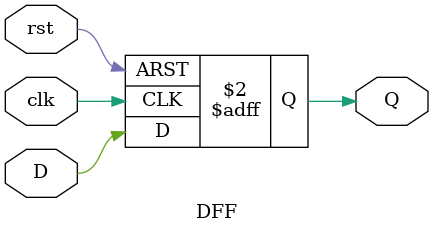
<source format=v>


`timescale 1ns / 100ps

module DFF (

   input  wire clk,   // clock
   input  wire rst,   // reset, active-high (then can be synchronous or asynchronous according to sensitivity list)
   input  wire D,
   output reg Q

   ) ;

   // **NOTE: can be replaced by 'always_ff' in SystemVerilog

   //always @(posedge clk) begin                       // synchronous reset
   always @(posedge clk or posedge rst) begin      // asynchronous reset

      if (rst) begin      // same as if (rst == 1'b1)
         Q <= 1'b0 ;      // **NOTE: inside clocked always blocks use a NON-BLOCKING assignment <= instead of a BLOCKING assignment =
      end
      else begin
         Q <= D ;
      end
   end  // always

endmodule


</source>
